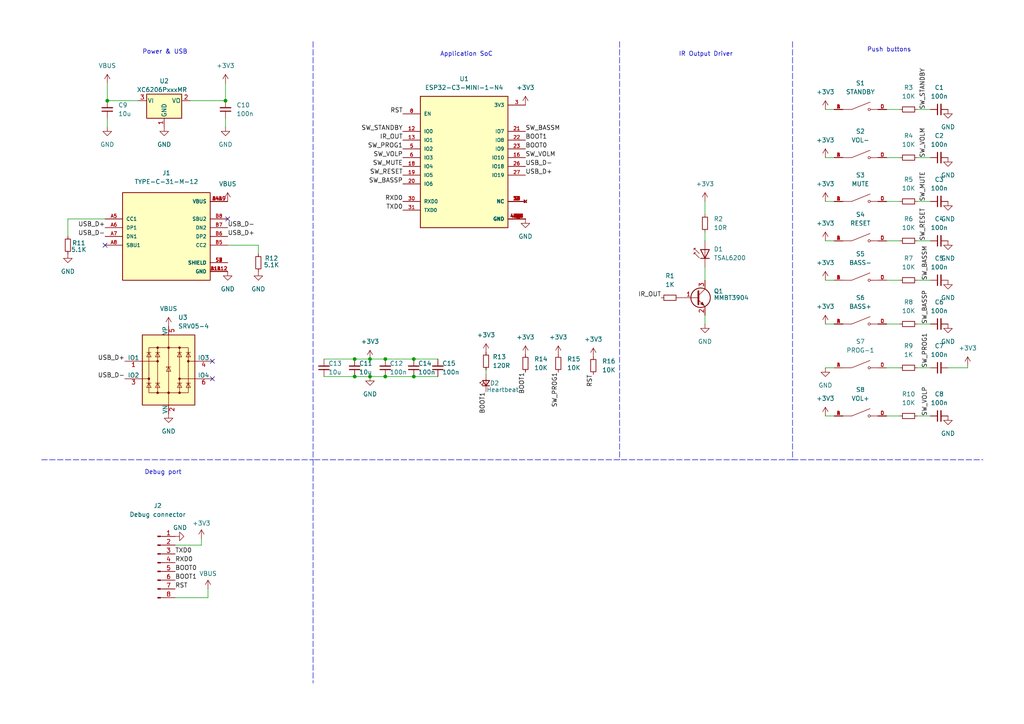
<source format=kicad_sch>
(kicad_sch (version 20211123) (generator eeschema)
  (paper "A4")
  (title_block (title "BLE IR") (date "2022-05-14") (rev "0.1"))
  (lib_symbols
    (symbol "Connector:Conn_01x08_Male" (pin_names (offset 1.016) hide)
      (property "Reference" "J" (at 0 10.16 0))
      (property "Value" "Conn_01x08_Male" (at 0 -12.7 0))
      (symbol "Conn_01x08_Male_1_1"
        (polyline (pts (xy 1.27 -10.16) (xy 0.8636 -10.16)) (stroke (width 0.1524)))
        (polyline (pts (xy 1.27 -7.62) (xy 0.8636 -7.62)) (stroke (width 0.1524)))
        (polyline (pts (xy 1.27 -5.08) (xy 0.8636 -5.08)) (stroke (width 0.1524)))
        (polyline (pts (xy 1.27 -2.54) (xy 0.8636 -2.54)) (stroke (width 0.1524)))
        (polyline (pts (xy 1.27 0) (xy 0.8636 0)) (stroke (width 0.1524)))
        (polyline (pts (xy 1.27 2.54) (xy 0.8636 2.54)) (stroke (width 0.1524)))
        (polyline (pts (xy 1.27 5.08) (xy 0.8636 5.08)) (stroke (width 0.1524)))
        (polyline (pts (xy 1.27 7.62) (xy 0.8636 7.62)) (stroke (width 0.1524)))
        (rectangle (start 0.8636 -10.033) (end 0 -10.287) (stroke (width 0.1524)) (fill (type outline)))
        (rectangle (start 0.8636 -7.493) (end 0 -7.747) (stroke (width 0.1524)) (fill (type outline)))
        (rectangle (start 0.8636 -4.953) (end 0 -5.207) (stroke (width 0.1524)) (fill (type outline)))
        (rectangle (start 0.8636 -2.413) (end 0 -2.667) (stroke (width 0.1524)) (fill (type outline)))
        (rectangle (start 0.8636 0.127) (end 0 -0.127) (stroke (width 0.1524)) (fill (type outline)))
        (rectangle (start 0.8636 2.667) (end 0 2.413) (stroke (width 0.1524)) (fill (type outline)))
        (rectangle (start 0.8636 5.207) (end 0 4.953) (stroke (width 0.1524)) (fill (type outline)))
        (rectangle (start 0.8636 7.747) (end 0 7.493) (stroke (width 0.1524)) (fill (type outline)))
        (pin passive line (at 5.08 7.62 180) (length 3.81) (name "Pin_1") (number "1"))
        (pin passive line (at 5.08 5.08 180) (length 3.81) (name "Pin_2") (number "2"))
        (pin passive line (at 5.08 2.54 180) (length 3.81) (name "Pin_3") (number "3"))
        (pin passive line (at 5.08 0 180) (length 3.81) (name "Pin_4") (number "4"))
        (pin passive line (at 5.08 -2.54 180) (length 3.81) (name "Pin_5") (number "5"))
        (pin passive line (at 5.08 -5.08 180) (length 3.81) (name "Pin_6") (number "6"))
        (pin passive line (at 5.08 -7.62 180) (length 3.81) (name "Pin_7") (number "7"))
        (pin passive line (at 5.08 -10.16 180) (length 3.81) (name "Pin_8") (number "8"))
      )
    )
    (symbol "Device:C_Small" (pin_numbers hide) (pin_names (offset 0.254) hide)
      (property "Reference" "C" (at 0.254 1.778 0))
      (property "Value" "C_Small" (at 0.254 -2.032 0))
      (symbol "C_Small_0_1"
        (polyline (pts (xy -1.524 -0.508) (xy 1.524 -0.508)) (stroke (width 0.3302)))
        (polyline (pts (xy -1.524 0.508) (xy 1.524 0.508)) (stroke (width 0.3048)))
      )
      (symbol "C_Small_1_1"
        (pin passive line (at 0 2.54 270) (length 2.032) (name "~") (number "1"))
        (pin passive line (at 0 -2.54 90) (length 2.032) (name "~") (number "2"))
      )
    )
    (symbol "Device:LED_Small" (pin_numbers hide) (pin_names (offset 0.254) hide)
      (property "Reference" "D" (at -1.27 3.175 0))
      (property "Value" "LED_Small" (at -4.445 -2.54 0))
      (symbol "LED_Small_0_1"
        (polyline (pts (xy -0.762 -1.016) (xy -0.762 1.016)) (stroke (width 0.254)))
        (polyline (pts (xy 1.016 0) (xy -0.762 0)))
        (polyline (pts (xy 0.762 -1.016) (xy -0.762 0) (xy 0.762 1.016) (xy 0.762 -1.016)) (stroke (width 0.254)))
        (polyline (pts (xy 0 0.762) (xy -0.508 1.27) (xy -0.254 1.27) (xy -0.508 1.27) (xy -0.508 1.016)))
        (polyline (pts (xy 0.508 1.27) (xy 0 1.778) (xy 0.254 1.778) (xy 0 1.778) (xy 0 1.524)))
      )
      (symbol "LED_Small_1_1"
        (pin passive line (at -2.54 0 0) (length 1.778) (name "K") (number "1"))
        (pin passive line (at 2.54 0 180) (length 1.778) (name "A") (number "2"))
      )
    )
    (symbol "Device:R_Small" (pin_numbers hide) (pin_names (offset 0.254) hide)
      (property "Reference" "R" (at 0.762 0.508 0))
      (property "Value" "R_Small" (at 0.762 -1.016 0))
      (symbol "R_Small_0_1"
        (rectangle (start -0.762 1.778) (end 0.762 -1.778) (stroke (width 0.2032)))
      )
      (symbol "R_Small_1_1"
        (pin passive line (at 0 2.54 270) (length 0.762) (name "~") (number "1"))
        (pin passive line (at 0 -2.54 90) (length 0.762) (name "~") (number "2"))
      )
    )
    (symbol "ESP32-C3-MINI-1-N4:ESP32-C3-MINI-1-N4" (pin_names (offset 1.016))
      (property "Reference" "U" (at -12.7 18.796 0))
      (property "Value" "ESP32-C3-MINI-1-N4" (at -12.7 -22.86 0))
      (symbol "ESP32-C3-MINI-1-N4_0_0"
        (rectangle (start -12.7 -20.32) (end 12.7 17.78) (stroke (width 0.254)) (fill (type background)))
        (pin power_in line (at 17.78 -17.78 180) (length 5.08) (name "GND") (number "1"))
        (pin no_connect line (at 17.78 -12.7 180) (length 5.08) (name "NC") (number "10"))
        (pin power_in line (at 17.78 -17.78 180) (length 5.08) (name "GND") (number "11"))
        (pin bidirectional line (at -17.78 7.62 0) (length 5.08) (name "IO0") (number "12"))
        (pin bidirectional line (at -17.78 5.08 0) (length 5.08) (name "IO1") (number "13"))
        (pin power_in line (at 17.78 -17.78 180) (length 5.08) (name "GND") (number "14"))
        (pin no_connect line (at 17.78 -12.7 180) (length 5.08) (name "NC") (number "15"))
        (pin bidirectional line (at 17.78 0 180) (length 5.08) (name "IO10") (number "16"))
        (pin no_connect line (at 17.78 -12.7 180) (length 5.08) (name "NC") (number "17"))
        (pin bidirectional line (at -17.78 -2.54 0) (length 5.08) (name "IO4") (number "18"))
        (pin bidirectional line (at -17.78 -5.08 0) (length 5.08) (name "IO5") (number "19"))
        (pin power_in line (at 17.78 -17.78 180) (length 5.08) (name "GND") (number "2"))
        (pin bidirectional line (at -17.78 -7.62 0) (length 5.08) (name "IO6") (number "20"))
        (pin bidirectional line (at 17.78 7.62 180) (length 5.08) (name "IO7") (number "21"))
        (pin bidirectional line (at 17.78 5.08 180) (length 5.08) (name "IO8") (number "22"))
        (pin bidirectional line (at 17.78 2.54 180) (length 5.08) (name "IO9") (number "23"))
        (pin no_connect line (at 17.78 -12.7 180) (length 5.08) (name "NC") (number "24"))
        (pin no_connect line (at 17.78 -12.7 180) (length 5.08) (name "NC") (number "25"))
        (pin bidirectional line (at 17.78 -2.54 180) (length 5.08) (name "IO18") (number "26"))
        (pin bidirectional line (at 17.78 -5.08 180) (length 5.08) (name "IO19") (number "27"))
        (pin no_connect line (at 17.78 -12.7 180) (length 5.08) (name "NC") (number "28"))
        (pin no_connect line (at 17.78 -12.7 180) (length 5.08) (name "NC") (number "29"))
        (pin power_in line (at 17.78 15.24 180) (length 5.08) (name "3V3") (number "3"))
        (pin bidirectional line (at -17.78 -12.7 0) (length 5.08) (name "RXD0") (number "30"))
        (pin bidirectional line (at -17.78 -15.24 0) (length 5.08) (name "TXD0") (number "31"))
        (pin no_connect line (at 17.78 -12.7 180) (length 5.08) (name "NC") (number "32"))
        (pin no_connect line (at 17.78 -12.7 180) (length 5.08) (name "NC") (number "33"))
        (pin no_connect line (at 17.78 -12.7 180) (length 5.08) (name "NC") (number "34"))
        (pin no_connect line (at 17.78 -12.7 180) (length 5.08) (name "NC") (number "35"))
        (pin power_in line (at 17.78 -17.78 180) (length 5.08) (name "GND") (number "36"))
        (pin power_in line (at 17.78 -17.78 180) (length 5.08) (name "GND") (number "37"))
        (pin power_in line (at 17.78 -17.78 180) (length 5.08) (name "GND") (number "38"))
        (pin power_in line (at 17.78 -17.78 180) (length 5.08) (name "GND") (number "39"))
        (pin no_connect line (at 17.78 -12.7 180) (length 5.08) (name "NC") (number "4"))
        (pin power_in line (at 17.78 -17.78 180) (length 5.08) (name "GND") (number "40"))
        (pin power_in line (at 17.78 -17.78 180) (length 5.08) (name "GND") (number "41"))
        (pin power_in line (at 17.78 -17.78 180) (length 5.08) (name "GND") (number "42"))
        (pin power_in line (at 17.78 -17.78 180) (length 5.08) (name "GND") (number "43"))
        (pin power_in line (at 17.78 -17.78 180) (length 5.08) (name "GND") (number "44"))
        (pin power_in line (at 17.78 -17.78 180) (length 5.08) (name "GND") (number "45"))
        (pin power_in line (at 17.78 -17.78 180) (length 5.08) (name "GND") (number "46"))
        (pin power_in line (at 17.78 -17.78 180) (length 5.08) (name "GND") (number "47"))
        (pin power_in line (at 17.78 -17.78 180) (length 5.08) (name "GND") (number "48"))
        (pin power_in line (at 17.78 -17.78 180) (length 5.08) (name "GND") (number "49_1"))
        (pin power_in line (at 17.78 -17.78 180) (length 5.08) (name "GND") (number "49_2"))
        (pin power_in line (at 17.78 -17.78 180) (length 5.08) (name "GND") (number "49_3"))
        (pin power_in line (at 17.78 -17.78 180) (length 5.08) (name "GND") (number "49_4"))
        (pin power_in line (at 17.78 -17.78 180) (length 5.08) (name "GND") (number "49_5"))
        (pin power_in line (at 17.78 -17.78 180) (length 5.08) (name "GND") (number "49_6"))
        (pin power_in line (at 17.78 -17.78 180) (length 5.08) (name "GND") (number "49_7"))
        (pin power_in line (at 17.78 -17.78 180) (length 5.08) (name "GND") (number "49_8"))
        (pin power_in line (at 17.78 -17.78 180) (length 5.08) (name "GND") (number "49_9"))
        (pin bidirectional line (at -17.78 2.54 0) (length 5.08) (name "IO2") (number "5"))
        (pin power_in line (at 17.78 -17.78 180) (length 5.08) (name "GND") (number "50"))
        (pin power_in line (at 17.78 -17.78 180) (length 5.08) (name "GND") (number "51"))
        (pin power_in line (at 17.78 -17.78 180) (length 5.08) (name "GND") (number "52"))
        (pin power_in line (at 17.78 -17.78 180) (length 5.08) (name "GND") (number "53"))
        (pin bidirectional line (at -17.78 0 0) (length 5.08) (name "IO3") (number "6"))
        (pin no_connect line (at 17.78 -12.7 180) (length 5.08) (name "NC") (number "7"))
        (pin input line (at -17.78 12.7 0) (length 5.08) (name "EN") (number "8"))
        (pin no_connect line (at 17.78 -12.7 180) (length 5.08) (name "NC") (number "9"))
      )
    )
    (symbol "LED:TSAL4400" (pin_numbers hide) (pin_names (offset 1.016) hide)
      (property "Reference" "D" (at 0.508 1.778 0))
      (property "Value" "TSAL4400" (at -1.016 -2.794 0))
      (symbol "TSAL4400_0_1"
        (polyline (pts (xy -2.54 1.27) (xy -2.54 -1.27)) (stroke (width 0.254)))
        (polyline (pts (xy 0 0) (xy -2.54 0)))
        (polyline (pts (xy 0.381 3.175) (xy -0.127 3.175)))
        (polyline (pts (xy -1.143 1.651) (xy 0.381 3.175) (xy 0.381 2.667)))
        (polyline (pts (xy 0 1.27) (xy -2.54 0) (xy 0 -1.27) (xy 0 1.27)) (stroke (width 0.254)))
        (polyline (pts (xy -2.413 1.651) (xy -0.889 3.175) (xy -0.889 2.667) (xy -0.889 3.175) (xy -1.397 3.175)))
      )
      (symbol "TSAL4400_1_1"
        (pin passive line (at -5.08 0 0) (length 2.54) (name "K") (number "1"))
        (pin passive line (at 2.54 0 180) (length 2.54) (name "A") (number "2"))
      )
    )
    (symbol "Power_Protection:SRV05-4" (pin_names (offset 0))
      (property "Reference" "U" (at -5.08 11.43 0))
      (property "Value" "SRV05-4" (at 2.54 11.43 0))
      (symbol "SRV05-4_0_0"
        (rectangle (start -5.715 6.477) (end 5.715 -6.604))
        (polyline (pts (xy -3.175 -6.604) (xy -3.175 6.477)))
        (polyline (pts (xy 3.175 6.477) (xy 3.175 -6.604)))
      )
      (symbol "SRV05-4_0_1"
        (rectangle (start -7.62 10.16) (end 7.62 -10.16) (stroke (width 0.254)) (fill (type background)))
        (circle (center -5.715 -2.54) (radius 0.2794) (fill (type outline)))
        (circle (center -3.175 -6.604) (radius 0.2794) (fill (type outline)))
        (circle (center -3.175 2.54) (radius 0.2794) (fill (type outline)))
        (circle (center -3.175 6.477) (radius 0.2794) (fill (type outline)))
        (circle (center 0 -6.604) (radius 0.2794) (fill (type outline)))
        (polyline (pts (xy -7.747 2.54) (xy -3.175 2.54)))
        (polyline (pts (xy -7.62 -2.54) (xy -5.715 -2.54)))
        (polyline (pts (xy -5.08 -3.81) (xy -6.35 -3.81)))
        (polyline (pts (xy -5.08 5.08) (xy -6.35 5.08)))
        (polyline (pts (xy -2.54 -3.81) (xy -3.81 -3.81)))
        (polyline (pts (xy -2.54 5.08) (xy -3.81 5.08)))
        (polyline (pts (xy 0 10.16) (xy 0 -10.16)))
        (polyline (pts (xy 3.81 -3.81) (xy 2.54 -3.81)))
        (polyline (pts (xy 3.81 5.08) (xy 2.54 5.08)))
        (polyline (pts (xy 6.35 -3.81) (xy 5.08 -3.81)))
        (polyline (pts (xy 6.35 5.08) (xy 5.08 5.08)))
        (polyline (pts (xy 7.62 -2.54) (xy 3.175 -2.54)))
        (polyline (pts (xy 7.62 2.54) (xy 5.715 2.54)))
        (polyline (pts (xy 0.635 0.889) (xy -0.635 0.889) (xy -0.635 0.635)))
        (polyline (pts (xy -5.08 -5.08) (xy -6.35 -5.08) (xy -5.715 -3.81) (xy -5.08 -5.08)))
        (polyline (pts (xy -5.08 3.81) (xy -6.35 3.81) (xy -5.715 5.08) (xy -5.08 3.81)))
        (polyline (pts (xy -2.54 -5.08) (xy -3.81 -5.08) (xy -3.175 -3.81) (xy -2.54 -5.08)))
        (polyline (pts (xy -2.54 3.81) (xy -3.81 3.81) (xy -3.175 5.08) (xy -2.54 3.81)))
        (polyline (pts (xy 0.635 -0.381) (xy -0.635 -0.381) (xy 0 0.889) (xy 0.635 -0.381)))
        (polyline (pts (xy 3.81 -5.08) (xy 2.54 -5.08) (xy 3.175 -3.81) (xy 3.81 -5.08)))
        (polyline (pts (xy 3.81 3.81) (xy 2.54 3.81) (xy 3.175 5.08) (xy 3.81 3.81)))
        (polyline (pts (xy 6.35 -5.08) (xy 5.08 -5.08) (xy 5.715 -3.81) (xy 6.35 -5.08)))
        (polyline (pts (xy 6.35 3.81) (xy 5.08 3.81) (xy 5.715 5.08) (xy 6.35 3.81)))
        (circle (center 0 6.477) (radius 0.2794) (fill (type outline)))
        (circle (center 3.175 -6.604) (radius 0.2794) (fill (type outline)))
        (circle (center 3.175 -2.54) (radius 0.2794) (fill (type outline)))
        (circle (center 3.175 6.477) (radius 0.2794) (fill (type outline)))
        (circle (center 5.715 2.54) (radius 0.2794) (fill (type outline)))
      )
      (symbol "SRV05-4_1_1"
        (pin passive line (at -12.7 2.54 0) (length 5.08) (name "IO1") (number "1"))
        (pin passive line (at 0 -12.7 90) (length 2.54) (name "VN") (number "2"))
        (pin passive line (at -12.7 -2.54 0) (length 5.08) (name "IO2") (number "3"))
        (pin passive line (at 12.7 2.54 180) (length 5.08) (name "IO3") (number "4"))
        (pin passive line (at 0 12.7 270) (length 2.54) (name "VP") (number "5"))
        (pin passive line (at 12.7 -2.54 180) (length 5.08) (name "IO4") (number "6"))
      )
    )
    (symbol "Regulator_Linear:XC6206PxxxMR" (pin_names (offset 0.254))
      (property "Reference" "U" (at -3.81 3.175 0))
      (property "Value" "XC6206PxxxMR" (at 0 3.175 0))
      (symbol "XC6206PxxxMR_0_1"
        (rectangle (start -5.08 1.905) (end 5.08 -5.08) (stroke (width 0.254)) (fill (type background)))
      )
      (symbol "XC6206PxxxMR_1_1"
        (pin power_in line (at 0 -7.62 90) (length 2.54) (name "GND") (number "1"))
        (pin power_out line (at 7.62 0 180) (length 2.54) (name "VO") (number "2"))
        (pin power_in line (at -7.62 0 0) (length 2.54) (name "VI") (number "3"))
      )
    )
    (symbol "TS-1187A-B-A-B:TS-1187A-B-A-B" (pin_names (offset 1.016) hide)
      (property "Reference" "S" (at -2.54 2.54 0))
      (property "Value" "TS-1187A-B-A-B" (at -2.54 -2.54 0))
      (symbol "TS-1187A-B-A-B_0_0"
        (polyline (pts (xy -2.54 0) (xy -5.08 0)) (stroke (width 0.1524)))
        (polyline (pts (xy -2.54 0) (xy 2.794 2.1336)) (stroke (width 0.1524)))
        (polyline (pts (xy 5.08 0) (xy 2.921 0)) (stroke (width 0.1524)))
        (circle (center 2.54 0) (radius 0.3302) (stroke (width 0.1524)))
        (pin passive line (at -7.62 0 0) (length 2.54) (name "~") (number "A"))
        (pin passive line (at -7.62 0 0) (length 2.54) (name "~") (number "B"))
        (pin passive line (at 7.62 0 180) (length 2.54) (name "~") (number "C"))
        (pin passive line (at 7.62 0 180) (length 2.54) (name "~") (number "D"))
      )
    )
    (symbol "TYPE-C-31-M-12:TYPE-C-31-M-12" (pin_names (offset 1.016))
      (property "Reference" "J" (at -12.7 13.462 0))
      (property "Value" "TYPE-C-31-M-12" (at -12.7 -13.462 0))
      (symbol "TYPE-C-31-M-12_0_0"
        (rectangle (start -12.7 -12.7) (end 12.7 12.7) (stroke (width 0.254)) (fill (type background)))
        (pin power_out line (at 17.78 -10.16 180) (length 5.08) (name "GND") (number "A1B12"))
        (pin power_out line (at 17.78 10.16 180) (length 5.08) (name "VBUS") (number "A4B9"))
        (pin bidirectional line (at -17.78 5.08 0) (length 5.08) (name "CC1") (number "A5"))
        (pin bidirectional line (at -17.78 2.54 0) (length 5.08) (name "DP1") (number "A6"))
        (pin bidirectional line (at -17.78 0 0) (length 5.08) (name "DN1") (number "A7"))
        (pin bidirectional line (at -17.78 -2.54 0) (length 5.08) (name "SBU1") (number "A8"))
        (pin power_in line (at 17.78 -10.16 180) (length 5.08) (name "GND") (number "B1A12"))
        (pin power_in line (at 17.78 10.16 180) (length 5.08) (name "VBUS") (number "B4A9"))
        (pin bidirectional line (at 17.78 -2.54 180) (length 5.08) (name "CC2") (number "B5"))
        (pin bidirectional line (at 17.78 0 180) (length 5.08) (name "DP2") (number "B6"))
        (pin bidirectional line (at 17.78 2.54 180) (length 5.08) (name "DN2") (number "B7"))
        (pin bidirectional line (at 17.78 5.08 180) (length 5.08) (name "SBU2") (number "B8"))
        (pin passive line (at 17.78 -7.62 180) (length 5.08) (name "SHIELD") (number "S1"))
        (pin passive line (at 17.78 -7.62 180) (length 5.08) (name "SHIELD") (number "S2"))
        (pin passive line (at 17.78 -7.62 180) (length 5.08) (name "SHIELD") (number "S3"))
        (pin passive line (at 17.78 -7.62 180) (length 5.08) (name "SHIELD") (number "S4"))
      )
    )
    (symbol "Transistor_BJT:MMBT3904" (pin_names (offset 0) hide)
      (property "Reference" "Q" (at 5.08 1.905 0))
      (property "Value" "MMBT3904" (at 5.08 0 0))
      (symbol "MMBT3904_0_1"
        (polyline (pts (xy 0.635 0.635) (xy 2.54 2.54)))
        (polyline (pts (xy 0.635 -0.635) (xy 2.54 -2.54) (xy 2.54 -2.54)))
        (polyline (pts (xy 0.635 1.905) (xy 0.635 -1.905) (xy 0.635 -1.905)) (stroke (width 0.508)))
        (polyline (pts (xy 1.27 -1.778) (xy 1.778 -1.27) (xy 2.286 -2.286) (xy 1.27 -1.778) (xy 1.27 -1.778)) (fill (type outline)))
        (circle (center 1.27 0) (radius 2.8194) (stroke (width 0.254)))
      )
      (symbol "MMBT3904_1_1"
        (pin input line (at -5.08 0 0) (length 5.715) (name "B") (number "1"))
        (pin passive line (at 2.54 -5.08 90) (length 2.54) (name "E") (number "2"))
        (pin passive line (at 2.54 5.08 270) (length 2.54) (name "C") (number "3"))
      )
    )
    (symbol "power:+3V3" (power) (pin_names (offset 0))
      (property "Value" "+3V3" (at 0 3.556 0))
      (symbol "+3V3_0_1"
        (polyline (pts (xy -0.762 1.27) (xy 0 2.54)))
        (polyline (pts (xy 0 0) (xy 0 2.54)))
        (polyline (pts (xy 0 2.54) (xy 0.762 1.27)))
      )
      (symbol "+3V3_1_1"
        (pin power_in line (at 0 0 90) (length 0) hide (name "+3V3") (number "1"))
      )
    )
    (symbol "power:GND" (power) (pin_names (offset 0))
      (property "Value" "GND" (at 0 -3.81 0))
      (symbol "GND_0_1"
        (polyline (pts (xy 0 0) (xy 0 -1.27) (xy 1.27 -1.27) (xy 0 -2.54) (xy -1.27 -1.27) (xy 0 -1.27)))
      )
      (symbol "GND_1_1"
        (pin power_in line (at 0 0 270) (length 0) hide (name "GND") (number "1"))
      )
    )
    (symbol "power:VBUS" (power) (pin_names (offset 0))
      (property "Value" "VBUS" (at 0 3.81 0))
      (symbol "VBUS_0_1"
        (polyline (pts (xy -0.762 1.27) (xy 0 2.54)))
        (polyline (pts (xy 0 0) (xy 0 2.54)))
        (polyline (pts (xy 0 2.54) (xy 0.762 1.27)))
      )
      (symbol "VBUS_1_1"
        (pin power_in line (at 0 0 90) (length 0) hide (name "VBUS") (number "1"))
      )
    )
  )
  (junction (at 107.315 104.14))
  (junction (at 120.015 104.14))
  (junction (at 65.405 29.21))
  (junction (at 102.87 104.14))
  (junction (at 111.76 109.22))
  (junction (at 120.015 109.22))
  (junction (at 102.87 109.22))
  (junction (at 31.115 29.21))
  (junction (at 111.76 104.14))
  (junction (at 107.315 109.22))
  (no_connect (at 30.48 71.12))
  (no_connect (at 66.04 63.5))
  (no_connect (at 61.595 109.855))
  (no_connect (at 61.595 104.775))
  (wire (pts (xy 257.175 31.75) (xy 260.985 31.75)))
  (wire (pts (xy 266.065 69.85) (xy 269.875 69.85)))
  (wire (pts (xy 257.175 120.65) (xy 260.985 120.65)))
  (wire (pts (xy 31.115 24.13) (xy 31.115 29.21)))
  (wire (pts (xy 257.175 69.85) (xy 260.985 69.85)))
  (wire (pts (xy 239.395 31.75) (xy 241.935 31.75)))
  (polyline (pts (xy 90.805 133.35) (xy 90.805 198.12)))
  (polyline (pts (xy 229.87 133.35) (xy 285.115 133.35)))
  (wire (pts (xy 204.47 67.31) (xy 204.47 69.85)))
  (wire (pts (xy 266.065 45.72) (xy 269.875 45.72)))
  (wire (pts (xy 257.175 93.98) (xy 260.985 93.98)))
  (wire (pts (xy 204.47 77.47) (xy 204.47 81.28)))
  (wire (pts (xy 111.76 104.14) (xy 120.015 104.14)))
  (wire (pts (xy 239.395 120.65) (xy 241.935 120.65)))
  (wire (pts (xy 74.93 71.12) (xy 74.93 73.66)))
  (polyline (pts (xy 12.065 133.35) (xy 90.805 133.35)))
  (wire (pts (xy 239.395 93.98) (xy 241.935 93.98)))
  (wire (pts (xy 266.065 120.65) (xy 269.875 120.65)))
  (polyline (pts (xy 90.805 12.065) (xy 90.805 133.35)))
  (wire (pts (xy 58.42 158.115) (xy 58.42 156.21)))
  (wire (pts (xy 50.8 173.355) (xy 60.325 173.355)))
  (wire (pts (xy 93.98 104.14) (xy 102.87 104.14)))
  (wire (pts (xy 266.065 81.28) (xy 269.875 81.28)))
  (polyline (pts (xy 229.87 12.065) (xy 229.87 133.35)))
  (wire (pts (xy 257.175 81.28) (xy 260.985 81.28)))
  (wire (pts (xy 140.97 107.315) (xy 140.97 108.585)))
  (wire (pts (xy 266.065 106.68) (xy 269.875 106.68)))
  (wire (pts (xy 274.955 106.68) (xy 280.67 106.68)))
  (wire (pts (xy 65.405 29.21) (xy 65.405 24.13)))
  (wire (pts (xy 120.015 109.22) (xy 127 109.22)))
  (wire (pts (xy 266.065 31.75) (xy 269.875 31.75)))
  (wire (pts (xy 60.325 173.355) (xy 60.325 170.815)))
  (wire (pts (xy 19.685 68.58) (xy 19.685 63.5)))
  (polyline (pts (xy 179.705 133.35) (xy 90.805 133.35)))
  (wire (pts (xy 204.47 58.42) (xy 204.47 62.23)))
  (wire (pts (xy 239.395 58.42) (xy 241.935 58.42)))
  (wire (pts (xy 31.115 29.21) (xy 40.005 29.21)))
  (wire (pts (xy 65.405 34.29) (xy 65.405 36.83)))
  (wire (pts (xy 239.395 106.68) (xy 241.935 106.68)))
  (wire (pts (xy 257.175 58.42) (xy 260.985 58.42)))
  (wire (pts (xy 280.67 106.68) (xy 280.67 106.045)))
  (wire (pts (xy 120.015 104.14) (xy 127 104.14)))
  (wire (pts (xy 31.115 34.29) (xy 31.115 36.83)))
  (wire (pts (xy 239.395 45.72) (xy 241.935 45.72)))
  (wire (pts (xy 66.04 71.12) (xy 74.93 71.12)))
  (wire (pts (xy 107.315 104.14) (xy 111.76 104.14)))
  (wire (pts (xy 239.395 81.28) (xy 241.935 81.28)))
  (wire (pts (xy 19.685 63.5) (xy 30.48 63.5)))
  (wire (pts (xy 93.98 109.22) (xy 102.87 109.22)))
  (polyline (pts (xy 229.87 133.35) (xy 179.705 133.35)))
  (wire (pts (xy 55.245 29.21) (xy 65.405 29.21)))
  (wire (pts (xy 266.065 93.98) (xy 269.875 93.98)))
  (wire (pts (xy 257.175 45.72) (xy 260.985 45.72)))
  (wire (pts (xy 257.175 106.68) (xy 260.985 106.68)))
  (wire (pts (xy 50.8 158.115) (xy 58.42 158.115)))
  (wire (pts (xy 204.47 91.44) (xy 204.47 93.98)))
  (wire (pts (xy 107.315 109.22) (xy 111.76 109.22)))
  (wire (pts (xy 266.065 58.42) (xy 269.875 58.42)))
  (wire (pts (xy 102.87 109.22) (xy 107.315 109.22)))
  (polyline (pts (xy 179.705 12.065) (xy 179.705 133.35)))
  (wire (pts (xy 111.76 109.22) (xy 120.015 109.22)))
  (wire (pts (xy 102.87 104.14) (xy 107.315 104.14)))
  (wire (pts (xy 239.395 69.85) (xy 241.935 69.85)))
  (text "Application SoC" (at 127.635 16.51 0) (effects (font (size 1.27 1.27)) (justify left bottom)))
  (text "Power & USB" (at 41.275 15.875 0) (effects (font (size 1.27 1.27)) (justify left bottom)))
  (text "Debug port\n" (at 41.91 137.795 0) (effects (font (size 1.27 1.27)) (justify left bottom)))
  (text "Push buttons" (at 251.46 15.24 0) (effects (font (size 1.27 1.27)) (justify left bottom)))
  (text "IR Output Driver" (at 196.85 16.51 0) (effects (font (size 1.27 1.27)) (justify left bottom)))
  (label "USB_D+" (at 66.04 68.58 0))
  (label "IR_OUT" (at 116.84 40.64 180))
  (label "SW_PROG1" (at 161.925 107.95 270))
  (label "BOOT0" (at 50.8 165.735 0))
  (label "SW_PROG1" (at 116.84 43.18 180))
  (label "RXD0" (at 116.84 58.42 180))
  (label "SW_MUTE" (at 268.605 58.42 90))
  (label "SW_MUTE" (at 116.84 48.26 180))
  (label "SW_VOLP" (at 116.84 45.72 180))
  (label "SW_BASSM" (at 269.24 81.28 90))
  (label "SW_STANDBY" (at 116.84 38.1 180))
  (label "BOOT0" (at 152.4 43.18 0))
  (label "IR_OUT" (at 191.77 86.36 180))
  (label "USB_D-" (at 66.04 66.04 0))
  (label "SW_VOLM" (at 268.605 45.72 90))
  (label "RST" (at 116.84 33.02 180))
  (label "SW_STANDBY" (at 268.605 31.75 90))
  (label "BOOT1" (at 152.4 40.64 0))
  (label "RXD0" (at 50.8 163.195 0))
  (label "SW_PROG1" (at 269.24 106.68 90))
  (label "SW_BASSP" (at 116.84 53.34 180))
  (label "SW_RESET" (at 268.605 69.85 90))
  (label "USB_D-" (at 30.48 68.58 180))
  (label "TXD0" (at 50.8 160.655 0))
  (label "USB_D-" (at 36.195 109.855 180))
  (label "SW_VOLM" (at 152.4 45.72 0))
  (label "TXD0" (at 116.84 60.96 180))
  (label "SW_RESET" (at 116.84 50.8 180))
  (label "RST" (at 172.085 108.585 270))
  (label "USB_D+" (at 36.195 104.775 180))
  (label "SW_BASSM" (at 152.4 38.1 0))
  (label "SW_VOLP" (at 269.24 120.65 90))
  (label "SW_BASSP" (at 269.24 93.98 90))
  (label "BOOT1" (at 140.97 113.665 270))
  (label "USB_D-" (at 152.4 48.26 0))
  (label "USB_D+" (at 152.4 50.8 0))
  (label "RST" (at 50.8 170.815 0))
  (label "USB_D+" (at 30.48 66.04 180))
  (label "BOOT1" (at 50.8 168.275 0))
  (label "BOOT1" (at 152.4 107.95 270))
  (symbol (lib_id "Device:R_Small") (at 140.97 104.775 0) (unit 1)
    (property "Reference" "R13" (at 142.875 103.5049 0) (effects (justify left)))
    (property "Value" "120R" (at 142.875 106.0449 0) (effects (justify left)))
    (property "Footprint" "Resistor_SMD:R_0603_1608Metric" (effects hide))
  )
  (symbol (lib_id "Device:C_Small") (at 111.76 106.68 180) (unit 1)
    (property "Reference" "C12" (at 113.03 105.41 0) (effects (justify right)))
    (property "Value" "100n" (at 113.03 107.95 0) (effects (justify right)))
    (property "Footprint" "Capacitor_SMD:C_0603_1608Metric" (effects hide))
  )
  (symbol (lib_id "TS-1187A-B-A-B:TS-1187A-B-A-B") (at 249.555 45.72 0) (unit 1)
    (property "Reference" "S2" (at 249.555 38.1 0))
    (property "Value" "VOL-" (at 249.555 40.64 0))
    (property "Footprint" "SW_TS-1187A-B-A-B" (effects hide))
    (property "MANUFACTURER" "XKB Industrial Precision" (effects hide))
    (property "PARTREV" "A0" (effects hide))
    (property "STANDARD" "Manufacturer Recommendations" (effects hide))
    (property "MAXIMUM_PACKAGE_HEIGHT" "1.5mm" (effects hide))
  )
  (symbol (lib_id "power:GND") (at 152.4 63.5 0) (unit 1)
    (property "Reference" "#PWR02" (effects hide))
    (property "Value" "GND" (at 152.4 68.58 0))
  )
  (symbol (lib_id "power:GND") (at 65.405 36.83 0) (unit 1)
    (property "Reference" "#PWR0111" (effects hide))
    (property "Value" "GND" (at 65.405 41.91 0))
  )
  (symbol (lib_id "Device:R_Small") (at 263.525 81.28 90) (unit 1)
    (property "Reference" "R7" (at 263.525 74.93 90))
    (property "Value" "10K" (at 263.525 77.47 90))
    (property "Footprint" "Resistor_SMD:R_0603_1608Metric" (effects hide))
  )
  (symbol (lib_id "Device:R_Small") (at 263.525 31.75 90) (unit 1)
    (property "Reference" "R3" (at 263.525 25.4 90))
    (property "Value" "10K" (at 263.525 27.94 90))
    (property "Footprint" "Resistor_SMD:R_0603_1608Metric" (effects hide))
  )
  (symbol (lib_id "power:+3V3") (at 239.395 58.42 0) (unit 1)
    (property "Reference" "#PWR07" (effects hide))
    (property "Value" "+3V3" (at 239.395 53.34 0))
  )
  (symbol (lib_id "Device:C_Small") (at 272.415 81.28 90) (unit 1)
    (property "Reference" "C5" (at 272.4213 74.93 90))
    (property "Value" "100n" (at 272.4213 77.47 90))
    (property "Footprint" "Capacitor_SMD:C_0603_1608Metric" (effects hide))
  )
  (symbol (lib_id "power:GND") (at 66.04 78.74 0) (unit 1)
    (property "Reference" "#PWR0104" (effects hide))
    (property "Value" "GND" (at 66.04 83.82 0))
  )
  (symbol (lib_id "power:+3V3") (at 280.67 106.045 0) (unit 1)
    (property "Reference" "#PWR011" (effects hide))
    (property "Value" "+3V3" (at 280.67 100.965 0))
  )
  (symbol (lib_id "power:+3V3") (at 152.4 102.87 0) (unit 1)
    (property "Reference" "#PWR025" (effects hide))
    (property "Value" "+3V3" (at 152.4 97.79 0))
  )
  (symbol (lib_id "Device:R_Small") (at 263.525 120.65 90) (unit 1)
    (property "Reference" "R10" (at 263.525 114.3 90))
    (property "Value" "10K" (at 263.525 116.84 90))
    (property "Footprint" "Resistor_SMD:R_0603_1608Metric" (effects hide))
  )
  (symbol (lib_id "Device:C_Small") (at 102.87 106.68 180) (unit 1)
    (property "Reference" "C11" (at 104.14 105.41 0) (effects (justify right)))
    (property "Value" "10u" (at 104.14 107.95 0) (effects (justify right)))
    (property "Footprint" "Capacitor_SMD:C_0603_1608Metric" (effects hide))
  )
  (symbol (lib_id "Device:C_Small") (at 272.415 45.72 90) (unit 1)
    (property "Reference" "C2" (at 272.4213 39.37 90))
    (property "Value" "100n" (at 272.4213 41.91 90))
    (property "Footprint" "Capacitor_SMD:C_0603_1608Metric" (effects hide))
  )
  (symbol (lib_id "power:GND") (at 31.115 36.83 0) (unit 1)
    (property "Reference" "#PWR0112" (effects hide))
    (property "Value" "GND" (at 31.115 41.91 0))
  )
  (symbol (lib_id "Device:C_Small") (at 93.98 106.68 180) (unit 1)
    (property "Reference" "C13" (at 95.25 105.41 0) (effects (justify right)))
    (property "Value" "10u" (at 95.25 107.95 0) (effects (justify right)))
    (property "Footprint" "Capacitor_SMD:C_0603_1608Metric" (effects hide))
  )
  (symbol (lib_id "Device:C_Small") (at 272.415 93.98 90) (unit 1)
    (property "Reference" "C6" (at 272.4213 87.63 90))
    (property "Value" "100n" (at 272.4213 90.17 90))
    (property "Footprint" "Capacitor_SMD:C_0603_1608Metric" (effects hide))
  )
  (symbol (lib_id "Device:R_Small") (at 74.93 76.2 180) (unit 1)
    (property "Reference" "R12" (at 78.74 74.93 0))
    (property "Value" "5.1K" (at 78.74 76.835 0))
    (property "Footprint" "Resistor_SMD:R_0603_1608Metric" (effects hide))
  )
  (symbol (lib_id "power:+3V3") (at 152.4 30.48 0) (unit 1)
    (property "Reference" "#PWR01" (effects hide))
    (property "Value" "+3V3" (at 152.4 25.4 0))
  )
  (symbol (lib_id "power:+3V3") (at 204.47 58.42 0) (unit 1)
    (property "Reference" "#PWR03" (effects hide))
    (property "Value" "+3V3" (at 204.47 53.34 0))
  )
  (symbol (lib_id "TYPE-C-31-M-12:TYPE-C-31-M-12") (at 48.26 68.58 0) (unit 1)
    (property "Reference" "J1" (at 48.26 50.165 0))
    (property "Value" "TYPE-C-31-M-12" (at 48.26 52.705 0))
    (property "Footprint" "HRO_TYPE-C-31-M-12" (effects hide))
    (property "PARTREV" "A" (effects hide))
    (property "STANDARD" "Manufacturer Recommendations" (effects hide))
    (property "MAXIMUM_PACKAGE_HEIGHT" "3.31mm" (effects hide))
    (property "MANUFACTURER" "HRO Electronics" (effects hide))
  )
  (symbol (lib_id "Device:R_Small") (at 263.525 93.98 90) (unit 1)
    (property "Reference" "R8" (at 263.525 87.63 90))
    (property "Value" "10K" (at 263.525 90.17 90))
    (property "Footprint" "Resistor_SMD:R_0603_1608Metric" (effects hide))
  )
  (symbol (lib_id "power:GND") (at 274.955 31.75 0) (unit 1)
    (property "Reference" "#PWR012" (effects hide))
    (property "Value" "GND" (at 274.955 36.83 0))
  )
  (symbol (lib_id "power:+3V3") (at 161.925 102.87 0) (unit 1)
    (property "Reference" "#PWR0114" (effects hide))
    (property "Value" "+3V3" (at 161.925 97.79 0))
  )
  (symbol (lib_id "power:GND") (at 274.955 69.85 0) (unit 1)
    (property "Reference" "#PWR015" (effects hide))
    (property "Value" "GND" (at 274.955 74.93 0))
  )
  (symbol (lib_id "Device:R_Small") (at 263.525 45.72 90) (unit 1)
    (property "Reference" "R4" (at 263.525 39.37 90))
    (property "Value" "10K" (at 263.525 41.91 90))
    (property "Footprint" "Resistor_SMD:R_0603_1608Metric" (effects hide))
  )
  (symbol (lib_id "power:GND") (at 47.625 36.83 0) (unit 1)
    (property "Reference" "#PWR020" (effects hide))
    (property "Value" "GND" (at 47.625 41.91 0))
  )
  (symbol (lib_id "Device:R_Small") (at 194.31 86.36 90) (unit 1)
    (property "Reference" "R1" (at 194.31 80.01 90))
    (property "Value" "1K" (at 194.31 82.55 90))
    (property "Footprint" "Resistor_SMD:R_0603_1608Metric" (effects hide))
  )
  (symbol (lib_id "power:GND") (at 19.685 73.66 0) (unit 1)
    (property "Reference" "#PWR022" (effects hide))
    (property "Value" "GND" (at 19.685 78.74 0))
  )
  (symbol (lib_id "power:GND") (at 274.955 45.72 0) (unit 1)
    (property "Reference" "#PWR013" (effects hide))
    (property "Value" "GND" (at 274.955 50.8 0))
  )
  (symbol (lib_id "power:GND") (at 274.955 120.65 0) (unit 1)
    (property "Reference" "#PWR0102" (effects hide))
    (property "Value" "GND" (at 274.955 125.73 0))
  )
  (symbol (lib_id "power:+3V3") (at 239.395 45.72 0) (unit 1)
    (property "Reference" "#PWR06" (effects hide))
    (property "Value" "+3V3" (at 239.395 40.64 0))
  )
  (symbol (lib_id "Device:C_Small") (at 272.415 58.42 90) (unit 1)
    (property "Reference" "C3" (at 272.4213 52.07 90))
    (property "Value" "100n" (at 272.4213 54.61 90))
    (property "Footprint" "Capacitor_SMD:C_0603_1608Metric" (effects hide))
  )
  (symbol (lib_id "power:VBUS") (at 60.325 170.815 0) (unit 1)
    (property "Reference" "#PWR0113" (effects hide))
    (property "Value" "VBUS" (at 57.785 166.37 0) (effects (justify left)))
  )
  (symbol (lib_id "Device:R_Small") (at 19.685 71.12 180) (unit 1)
    (property "Reference" "R11" (at 22.86 70.485 0))
    (property "Value" "5.1K" (at 22.86 72.39 0))
    (property "Footprint" "Resistor_SMD:R_0603_1608Metric" (effects hide))
  )
  (symbol (lib_id "Device:C_Small") (at 272.415 106.68 90) (unit 1)
    (property "Reference" "C7" (at 272.4213 100.33 90))
    (property "Value" "100n" (at 272.4213 102.87 90))
    (property "Footprint" "Capacitor_SMD:C_0603_1608Metric" (effects hide))
  )
  (symbol (lib_id "Device:R_Small") (at 263.525 69.85 90) (unit 1)
    (property "Reference" "R6" (at 263.525 63.5 90))
    (property "Value" "10K" (at 263.525 66.04 90))
    (property "Footprint" "Resistor_SMD:R_0603_1608Metric" (effects hide))
  )
  (symbol (lib_id "Device:R_Small") (at 263.525 58.42 90) (unit 1)
    (property "Reference" "R5" (at 263.525 52.07 90))
    (property "Value" "10K" (at 263.525 54.61 90))
    (property "Footprint" "Resistor_SMD:R_0603_1608Metric" (effects hide))
  )
  (symbol (lib_id "Device:C_Small") (at 120.015 106.68 180) (unit 1)
    (property "Reference" "C14" (at 121.285 105.41 0) (effects (justify right)))
    (property "Value" "100n" (at 121.285 107.95 0) (effects (justify right)))
    (property "Footprint" "Capacitor_SMD:C_0603_1608Metric" (effects hide))
  )
  (symbol (lib_id "Device:LED_Small") (at 140.97 111.125 90) (unit 1)
    (property "Reference" "D2" (at 144.78 111.125 90) (effects (justify left)))
    (property "Value" "Heartbeat" (at 150.495 113.03 90) (effects (justify left)))
    (property "Footprint" "LED_SMD:LED_0603_1608Metric" (effects hide))
  )
  (symbol (lib_id "TS-1187A-B-A-B:TS-1187A-B-A-B") (at 249.555 106.68 0) (unit 1)
    (property "Reference" "S7" (at 249.555 99.06 0))
    (property "Value" "PROG-1" (at 249.555 101.6 0))
    (property "Footprint" "SW_TS-1187A-B-A-B" (effects hide))
    (property "MANUFACTURER" "XKB Industrial Precision" (effects hide))
    (property "PARTREV" "A0" (effects hide))
    (property "STANDARD" "Manufacturer Recommendations" (effects hide))
    (property "MAXIMUM_PACKAGE_HEIGHT" "1.5mm" (effects hide))
  )
  (symbol (lib_id "power:GND") (at 48.895 120.015 0) (unit 1)
    (property "Reference" "#PWR027" (effects hide))
    (property "Value" "GND" (at 48.895 125.095 0))
  )
  (symbol (lib_id "LED:TSAL4400") (at 204.47 72.39 90) (unit 1)
    (property "Reference" "D1" (at 207.01 72.2629 90) (effects (justify right)))
    (property "Value" "TSAL6200" (at 207.01 74.8029 90) (effects (justify right)))
    (property "Footprint" "LED_THT:LED_D3.0mm_IRBlack" (effects hide))
    (property "Datasheet" "http://www.vishay.com/docs/81006/tsal4400.pdf" (effects hide))
  )
  (symbol (lib_id "power:+3V3") (at 58.42 156.21 0) (unit 1)
    (property "Reference" "#PWR0106" (effects hide))
    (property "Value" "+3V3" (at 58.42 151.765 0))
  )
  (symbol (lib_id "Transistor_BJT:MMBT3904") (at 201.93 86.36 0) (unit 1)
    (property "Reference" "Q1" (at 207.01 84.455 0) (effects (justify left)))
    (property "Value" "MMBT3904" (at 207.01 86.36 0) (effects (justify left)))
    (property "Footprint" "Package_TO_SOT_SMD:SOT-23" (effects hide))
    (property "Datasheet" "https://www.onsemi.com/pub/Collateral/2N3903-D.PDF" (effects hide))
  )
  (symbol (lib_id "Device:C_Small") (at 272.415 31.75 90) (unit 1)
    (property "Reference" "C1" (at 272.4213 25.4 90))
    (property "Value" "100n" (at 272.4213 27.94 90))
    (property "Footprint" "Capacitor_SMD:C_0603_1608Metric" (effects hide))
  )
  (symbol (lib_id "power:VBUS") (at 31.115 24.13 0) (unit 1)
    (property "Reference" "#PWR019" (effects hide))
    (property "Value" "VBUS" (at 31.115 19.05 0))
  )
  (symbol (lib_id "Device:R_Small") (at 152.4 105.41 0) (unit 1)
    (property "Reference" "R14" (at 154.94 104.1399 0) (effects (justify left)))
    (property "Value" "10K" (at 154.94 106.6799 0) (effects (justify left)))
    (property "Footprint" "Resistor_SMD:R_0603_1608Metric" (effects hide))
  )
  (symbol (lib_id "power:+3V3") (at 107.315 104.14 0) (unit 1)
    (property "Reference" "#PWR0108" (effects hide))
    (property "Value" "+3V3" (at 107.315 99.06 0))
  )
  (symbol (lib_id "Device:R_Small") (at 161.925 105.41 0) (unit 1)
    (property "Reference" "R15" (at 164.465 104.1399 0) (effects (justify left)))
    (property "Value" "10K" (at 164.465 106.6799 0) (effects (justify left)))
    (property "Footprint" "Resistor_SMD:R_0603_1608Metric" (effects hide))
  )
  (symbol (lib_id "Power_Protection:SRV05-4") (at 48.895 107.315 0) (unit 1)
    (property "Reference" "U3" (at 51.6637 92.075 0) (effects (justify left)))
    (property "Value" "SRV05-4" (at 51.6637 94.615 0) (effects (justify left)))
    (property "Footprint" "Package_TO_SOT_SMD:SOT-23-6" (effects hide))
    (property "Datasheet" "http://www.onsemi.com/pub/Collateral/SRV05-4-D.PDF" (effects hide))
  )
  (symbol (lib_id "power:+3V3") (at 239.395 120.65 0) (unit 1)
    (property "Reference" "#PWR0101" (effects hide))
    (property "Value" "+3V3" (at 239.395 115.57 0))
  )
  (symbol (lib_id "power:GND") (at 74.93 78.74 0) (unit 1)
    (property "Reference" "#PWR023" (effects hide))
    (property "Value" "GND" (at 74.93 83.82 0))
  )
  (symbol (lib_id "Device:R_Small") (at 204.47 64.77 0) (unit 1)
    (property "Reference" "R2" (at 207.01 63.4999 0) (effects (justify left)))
    (property "Value" "10R" (at 207.01 66.0399 0) (effects (justify left)))
    (property "Footprint" "Resistor_SMD:R_0603_1608Metric" (effects hide))
  )
  (symbol (lib_id "power:GND") (at 274.955 58.42 0) (unit 1)
    (property "Reference" "#PWR014" (effects hide))
    (property "Value" "GND" (at 274.955 63.5 0))
  )
  (symbol (lib_id "TS-1187A-B-A-B:TS-1187A-B-A-B") (at 249.555 93.98 0) (unit 1)
    (property "Reference" "S6" (at 249.555 86.36 0))
    (property "Value" "BASS+" (at 249.555 88.9 0))
    (property "Footprint" "SW_TS-1187A-B-A-B" (effects hide))
    (property "MANUFACTURER" "XKB Industrial Precision" (effects hide))
    (property "PARTREV" "A0" (effects hide))
    (property "STANDARD" "Manufacturer Recommendations" (effects hide))
    (property "MAXIMUM_PACKAGE_HEIGHT" "1.5mm" (effects hide))
  )
  (symbol (lib_id "TS-1187A-B-A-B:TS-1187A-B-A-B") (at 249.555 31.75 0) (unit 1)
    (property "Reference" "S1" (at 249.555 24.13 0))
    (property "Value" "STANDBY" (at 249.555 26.67 0))
    (property "Footprint" "SW_TS-1187A-B-A-B" (effects hide))
    (property "MANUFACTURER" "XKB Industrial Precision" (effects hide))
    (property "PARTREV" "A0" (effects hide))
    (property "STANDARD" "Manufacturer Recommendations" (effects hide))
    (property "MAXIMUM_PACKAGE_HEIGHT" "1.5mm" (effects hide))
  )
  (symbol (lib_id "Device:C_Small") (at 272.415 69.85 90) (unit 1)
    (property "Reference" "C4" (at 272.4213 63.5 90))
    (property "Value" "100n" (at 272.4213 66.04 90))
    (property "Footprint" "Capacitor_SMD:C_0603_1608Metric" (effects hide))
  )
  (symbol (lib_id "Device:C_Small") (at 65.405 31.75 180) (unit 1)
    (property "Reference" "C10" (at 68.58 30.4735 0) (effects (justify right)))
    (property "Value" "100n" (at 68.58 33.0135 0) (effects (justify right)))
    (property "Footprint" "Capacitor_SMD:C_0603_1608Metric" (effects hide))
  )
  (symbol (lib_id "power:VBUS") (at 48.895 94.615 0) (unit 1)
    (property "Reference" "#PWR026" (effects hide))
    (property "Value" "VBUS" (at 48.895 89.535 0))
  )
  (symbol (lib_id "power:GND") (at 50.8 155.575 90) (unit 1)
    (property "Reference" "#PWR0105" (effects hide))
    (property "Value" "GND" (at 50.165 153.035 90) (effects (justify right)))
  )
  (symbol (lib_id "Device:C_Small") (at 272.415 120.65 90) (unit 1)
    (property "Reference" "C8" (at 272.4213 114.3 90))
    (property "Value" "100n" (at 272.4213 116.84 90))
    (property "Footprint" "Capacitor_SMD:C_0603_1608Metric" (effects hide))
  )
  (symbol (lib_id "Device:C_Small") (at 127 106.68 180) (unit 1)
    (property "Reference" "C15" (at 128.27 105.41 0) (effects (justify right)))
    (property "Value" "100n" (at 128.27 107.95 0) (effects (justify right)))
    (property "Footprint" "Capacitor_SMD:C_0603_1608Metric" (effects hide))
  )
  (symbol (lib_id "ESP32-C3-MINI-1-N4:ESP32-C3-MINI-1-N4") (at 134.62 45.72 0) (unit 1)
    (property "Reference" "U1" (at 134.62 22.86 0))
    (property "Value" "ESP32-C3-MINI-1-N4" (at 134.62 25.4 0))
    (property "Footprint" "XCVR_ESP32-C3-MINI-1-N4" (effects hide))
    (property "PARTREV" "v1.0" (effects hide))
    (property "MAXIMUM_PACKAGE_HEIGHT" "2.55mm" (effects hide))
    (property "MANUFACTURER" "Espressif Systems" (effects hide))
    (property "STANDARD" "Manufacturer Recommendations" (effects hide))
  )
  (symbol (lib_id "power:VBUS") (at 66.04 58.42 0) (unit 1)
    (property "Reference" "#PWR0103" (effects hide))
    (property "Value" "VBUS" (at 66.04 53.34 0))
  )
  (symbol (lib_id "power:+3V3") (at 239.395 81.28 0) (unit 1)
    (property "Reference" "#PWR09" (effects hide))
    (property "Value" "+3V3" (at 239.395 76.2 0))
  )
  (symbol (lib_id "power:+3V3") (at 239.395 31.75 0) (unit 1)
    (property "Reference" "#PWR05" (effects hide))
    (property "Value" "+3V3" (at 239.395 26.67 0))
  )
  (symbol (lib_id "power:+3V3") (at 239.395 93.98 0) (unit 1)
    (property "Reference" "#PWR010" (effects hide))
    (property "Value" "+3V3" (at 239.395 88.9 0))
  )
  (symbol (lib_id "power:GND") (at 274.955 81.28 0) (unit 1)
    (property "Reference" "#PWR016" (effects hide))
    (property "Value" "GND" (at 274.955 86.36 0))
  )
  (symbol (lib_id "power:+3V3") (at 140.97 102.235 0) (unit 1)
    (property "Reference" "#PWR024" (effects hide))
    (property "Value" "+3V3" (at 140.97 97.155 0))
  )
  (symbol (lib_id "Device:R_Small") (at 263.525 106.68 90) (unit 1)
    (property "Reference" "R9" (at 263.525 100.33 90))
    (property "Value" "1K" (at 263.525 102.87 90))
    (property "Footprint" "Resistor_SMD:R_0603_1608Metric" (effects hide))
  )
  (symbol (lib_id "power:GND") (at 274.955 93.98 0) (unit 1)
    (property "Reference" "#PWR017" (effects hide))
    (property "Value" "GND" (at 274.955 99.06 0))
  )
  (symbol (lib_id "power:GND") (at 107.315 109.22 0) (unit 1)
    (property "Reference" "#PWR0107" (effects hide))
    (property "Value" "GND" (at 107.315 114.3 0))
  )
  (symbol (lib_id "TS-1187A-B-A-B:TS-1187A-B-A-B") (at 249.555 120.65 0) (unit 1)
    (property "Reference" "S8" (at 249.555 113.03 0))
    (property "Value" "VOL+" (at 249.555 115.57 0))
    (property "Footprint" "SW_TS-1187A-B-A-B" (effects hide))
    (property "MANUFACTURER" "XKB Industrial Precision" (effects hide))
    (property "PARTREV" "A0" (effects hide))
    (property "STANDARD" "Manufacturer Recommendations" (effects hide))
    (property "MAXIMUM_PACKAGE_HEIGHT" "1.5mm" (effects hide))
  )
  (symbol (lib_id "Device:R_Small") (at 172.085 106.045 0) (unit 1)
    (property "Reference" "R16" (at 174.625 104.7749 0) (effects (justify left)))
    (property "Value" "10K" (at 174.625 107.3149 0) (effects (justify left)))
    (property "Footprint" "Resistor_SMD:R_0603_1608Metric" (effects hide))
  )
  (symbol (lib_id "power:GND") (at 204.47 93.98 0) (unit 1)
    (property "Reference" "#PWR04" (effects hide))
    (property "Value" "GND" (at 204.47 99.06 0))
  )
  (symbol (lib_id "TS-1187A-B-A-B:TS-1187A-B-A-B") (at 249.555 69.85 0) (unit 1)
    (property "Reference" "S4" (at 249.555 62.23 0))
    (property "Value" "RESET" (at 249.555 64.77 0))
    (property "Footprint" "SW_TS-1187A-B-A-B" (effects hide))
    (property "MANUFACTURER" "XKB Industrial Precision" (effects hide))
    (property "PARTREV" "A0" (effects hide))
    (property "STANDARD" "Manufacturer Recommendations" (effects hide))
    (property "MAXIMUM_PACKAGE_HEIGHT" "1.5mm" (effects hide))
  )
  (symbol (lib_id "power:+3V3") (at 172.085 103.505 0) (unit 1)
    (property "Reference" "#PWR0115" (effects hide))
    (property "Value" "+3V3" (at 172.085 98.425 0))
  )
  (symbol (lib_id "power:+3V3") (at 65.405 24.13 0) (unit 1)
    (property "Reference" "#PWR021" (effects hide))
    (property "Value" "+3V3" (at 65.405 19.05 0))
  )
  (symbol (lib_id "Connector:Conn_01x08_Male") (at 45.72 163.195 0) (unit 1)
    (property "Reference" "J2" (at 45.72 146.685 0))
    (property "Value" "Debug connector" (at 45.72 149.225 0))
    (property "Footprint" "Connector_PinHeader_2.54mm:PinHeader_1x08_P2.54mm_Vertical" (effects hide))
  )
  (symbol (lib_id "power:GND") (at 239.395 106.68 0) (unit 1)
    (property "Reference" "#PWR018" (effects hide))
    (property "Value" "GND" (at 239.395 111.76 0))
  )
  (symbol (lib_id "Regulator_Linear:XC6206PxxxMR") (at 47.625 29.21 0) (unit 1)
    (property "Reference" "U2" (at 47.625 23.495 0))
    (property "Value" "XC6206PxxxMR" (at 46.99 26.035 0))
    (property "Footprint" "Package_TO_SOT_SMD:SOT-23" (effects hide))
    (property "Datasheet" "https://www.torexsemi.com/file/xc6206/XC6206.pdf" (effects hide))
  )
  (symbol (lib_id "power:+3V3") (at 239.395 69.85 0) (unit 1)
    (property "Reference" "#PWR08" (effects hide))
    (property "Value" "+3V3" (at 239.395 64.77 0))
  )
  (symbol (lib_id "TS-1187A-B-A-B:TS-1187A-B-A-B") (at 249.555 81.28 0) (unit 1)
    (property "Reference" "S5" (at 249.555 73.66 0))
    (property "Value" "BASS-" (at 249.555 76.2 0))
    (property "Footprint" "SW_TS-1187A-B-A-B" (effects hide))
    (property "MANUFACTURER" "XKB Industrial Precision" (effects hide))
    (property "PARTREV" "A0" (effects hide))
    (property "STANDARD" "Manufacturer Recommendations" (effects hide))
    (property "MAXIMUM_PACKAGE_HEIGHT" "1.5mm" (effects hide))
  )
  (symbol (lib_id "TS-1187A-B-A-B:TS-1187A-B-A-B") (at 249.555 58.42 0) (unit 1)
    (property "Reference" "S3" (at 249.555 50.8 0))
    (property "Value" "MUTE" (at 249.555 53.34 0))
    (property "Footprint" "SW_TS-1187A-B-A-B" (effects hide))
    (property "MANUFACTURER" "XKB Industrial Precision" (effects hide))
    (property "PARTREV" "A0" (effects hide))
    (property "STANDARD" "Manufacturer Recommendations" (effects hide))
    (property "MAXIMUM_PACKAGE_HEIGHT" "1.5mm" (effects hide))
  )
  (symbol (lib_id "Device:C_Small") (at 31.115 31.75 180) (unit 1)
    (property "Reference" "C9" (at 34.29 30.4735 0) (effects (justify right)))
    (property "Value" "10u" (at 34.29 33.0135 0) (effects (justify right)))
    (property "Footprint" "Capacitor_SMD:C_0603_1608Metric" (effects hide))
  )
)
</source>
